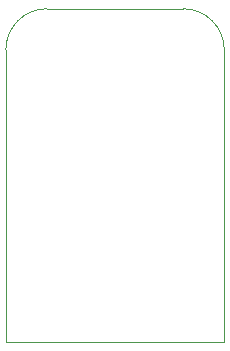
<source format=gbr>
G04 #@! TF.GenerationSoftware,KiCad,Pcbnew,(5.1.4)-1*
G04 #@! TF.CreationDate,2021-01-17T20:12:36-03:30*
G04 #@! TF.ProjectId,Eth_Breakout,4574685f-4272-4656-916b-6f75742e6b69,V1.0*
G04 #@! TF.SameCoordinates,Original*
G04 #@! TF.FileFunction,Profile,NP*
%FSLAX46Y46*%
G04 Gerber Fmt 4.6, Leading zero omitted, Abs format (unit mm)*
G04 Created by KiCad (PCBNEW (5.1.4)-1) date 2021-01-17 20:12:36*
%MOMM*%
%LPD*%
G04 APERTURE LIST*
%ADD10C,0.050000*%
G04 APERTURE END LIST*
D10*
X65000000Y-121750000D02*
G75*
G02X68500000Y-125250000I0J-3500000D01*
G01*
X50000000Y-125250000D02*
G75*
G02X53500000Y-121750000I3500000J0D01*
G01*
X65000000Y-121750000D02*
X53500000Y-121750000D01*
X68500000Y-125250000D02*
X68500000Y-150000000D01*
X50000000Y-150000000D02*
X50000000Y-125250000D01*
X50000000Y-150000000D02*
X68500000Y-150000000D01*
M02*

</source>
